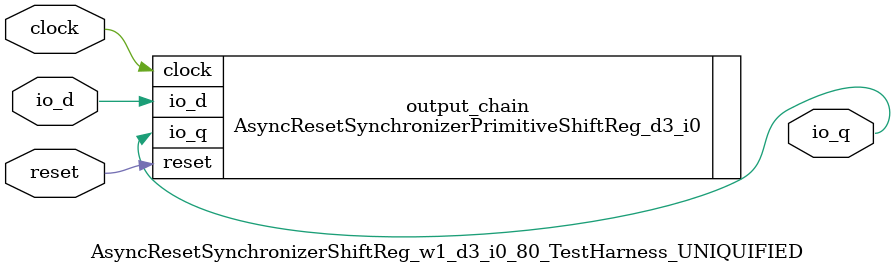
<source format=sv>
`ifndef RANDOMIZE
  `ifdef RANDOMIZE_MEM_INIT
    `define RANDOMIZE
  `endif // RANDOMIZE_MEM_INIT
`endif // not def RANDOMIZE
`ifndef RANDOMIZE
  `ifdef RANDOMIZE_REG_INIT
    `define RANDOMIZE
  `endif // RANDOMIZE_REG_INIT
`endif // not def RANDOMIZE

`ifndef RANDOM
  `define RANDOM $random
`endif // not def RANDOM

// Users can define INIT_RANDOM as general code that gets injected into the
// initializer block for modules with registers.
`ifndef INIT_RANDOM
  `define INIT_RANDOM
`endif // not def INIT_RANDOM

// If using random initialization, you can also define RANDOMIZE_DELAY to
// customize the delay used, otherwise 0.002 is used.
`ifndef RANDOMIZE_DELAY
  `define RANDOMIZE_DELAY 0.002
`endif // not def RANDOMIZE_DELAY

// Define INIT_RANDOM_PROLOG_ for use in our modules below.
`ifndef INIT_RANDOM_PROLOG_
  `ifdef RANDOMIZE
    `ifdef VERILATOR
      `define INIT_RANDOM_PROLOG_ `INIT_RANDOM
    `else  // VERILATOR
      `define INIT_RANDOM_PROLOG_ `INIT_RANDOM #`RANDOMIZE_DELAY begin end
    `endif // VERILATOR
  `else  // RANDOMIZE
    `define INIT_RANDOM_PROLOG_
  `endif // RANDOMIZE
`endif // not def INIT_RANDOM_PROLOG_

// Include register initializers in init blocks unless synthesis is set
`ifndef SYNTHESIS
  `ifndef ENABLE_INITIAL_REG_
    `define ENABLE_INITIAL_REG_
  `endif // not def ENABLE_INITIAL_REG_
`endif // not def SYNTHESIS

// Include rmemory initializers in init blocks unless synthesis is set
`ifndef SYNTHESIS
  `ifndef ENABLE_INITIAL_MEM_
    `define ENABLE_INITIAL_MEM_
  `endif // not def ENABLE_INITIAL_MEM_
`endif // not def SYNTHESIS

// Standard header to adapt well known macros for prints and assertions.

// Users can define 'PRINTF_COND' to add an extra gate to prints.
`ifndef PRINTF_COND_
  `ifdef PRINTF_COND
    `define PRINTF_COND_ (`PRINTF_COND)
  `else  // PRINTF_COND
    `define PRINTF_COND_ 1
  `endif // PRINTF_COND
`endif // not def PRINTF_COND_

// Users can define 'ASSERT_VERBOSE_COND' to add an extra gate to assert error printing.
`ifndef ASSERT_VERBOSE_COND_
  `ifdef ASSERT_VERBOSE_COND
    `define ASSERT_VERBOSE_COND_ (`ASSERT_VERBOSE_COND)
  `else  // ASSERT_VERBOSE_COND
    `define ASSERT_VERBOSE_COND_ 1
  `endif // ASSERT_VERBOSE_COND
`endif // not def ASSERT_VERBOSE_COND_

// Users can define 'STOP_COND' to add an extra gate to stop conditions.
`ifndef STOP_COND_
  `ifdef STOP_COND
    `define STOP_COND_ (`STOP_COND)
  `else  // STOP_COND
    `define STOP_COND_ 1
  `endif // STOP_COND
`endif // not def STOP_COND_

module AsyncResetSynchronizerShiftReg_w1_d3_i0_80_TestHarness_UNIQUIFIED(
  input  clock,
         reset,
         io_d,	// @[generators/rocket-chip/src/main/scala/util/ShiftReg.scala:36:14]
  output io_q	// @[generators/rocket-chip/src/main/scala/util/ShiftReg.scala:36:14]
);

  AsyncResetSynchronizerPrimitiveShiftReg_d3_i0 output_chain (	// @[generators/rocket-chip/src/main/scala/util/ShiftReg.scala:45:23]
    .clock (clock),
    .reset (reset),
    .io_d  (io_d),
    .io_q  (io_q)
  );
endmodule


</source>
